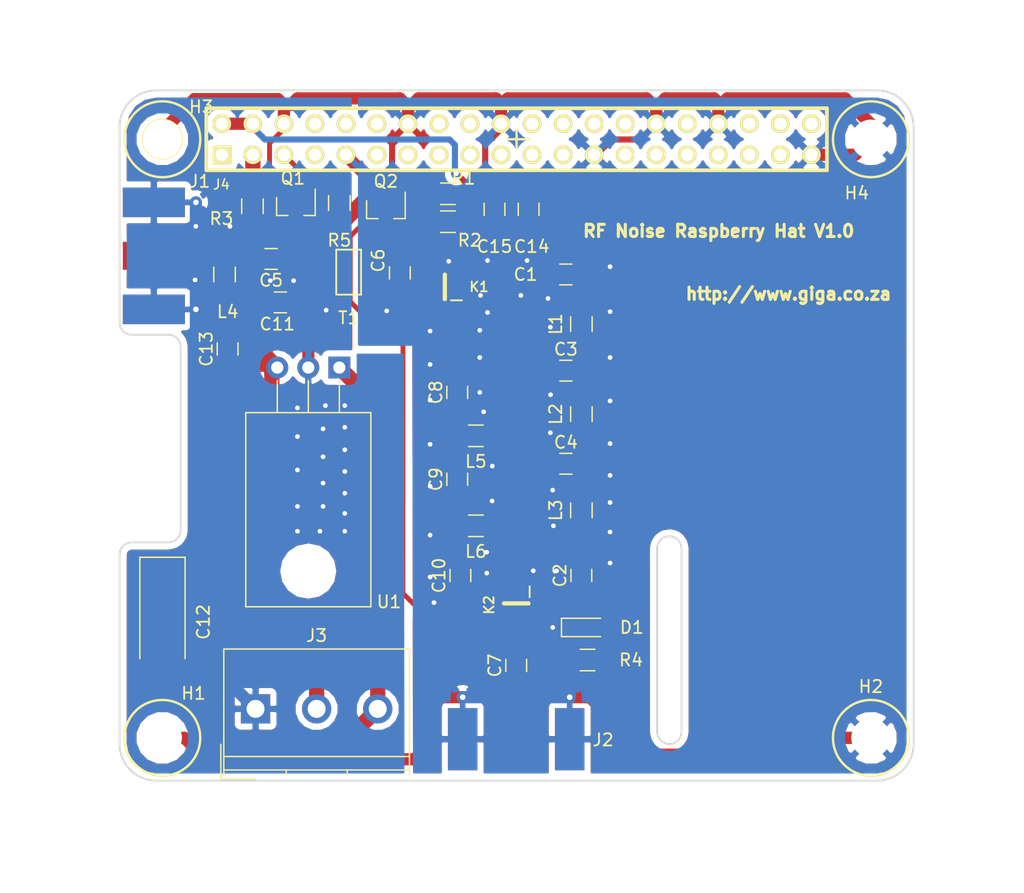
<source format=kicad_pcb>
(kicad_pcb (version 4) (host pcbnew 4.0.7-e2-6376~61~ubuntu18.04.1)
  (title_block (title "RaspberryPi Hat Board") (date 2018-08-26) (rev 1) (company "Giga Technology") (comment 1 "RF Noise Pi Hat") (comment 2 "Author: Anton Janovsky"))
  (layers (0 F.Cu signal) (31 B.Cu signal) (34 B.Paste user) (35 F.Paste user) (36 B.SilkS user) (37 F.SilkS user) (38 B.Mask user) (39 F.Mask user) (44 Edge.Cuts user))
  (net 0 "")
  (net 1 GND)
  (net 2 "Net-(C1-Pad1)")
  (net 3 "Net-(C1-Pad2)")
  (net 4 "Net-(C2-Pad1)")
  (net 5 "Net-(C2-Pad2)")
  (net 6 "Net-(C3-Pad2)")
  (net 7 "Net-(C4-Pad2)")
  (net 8 "Net-(C5-Pad1)")
  (net 9 "Net-(C5-Pad2)")
  (net 10 "Net-(C6-Pad1)")
  (net 11 "Net-(C6-Pad2)")
  (net 12 "Net-(C7-Pad1)")
  (net 13 "Net-(C7-Pad2)")
  (net 14 "Net-(C8-Pad1)")
  (net 15 "Net-(C8-Pad2)")
  (net 16 "Net-(C10-Pad2)")
  (net 17 "Net-(C10-Pad1)")
  (net 18 "Net-(C11-Pad1)")
  (net 19 GNDA)
  (net 20 "Net-(C12-Pad1)")
  (net 21 +5V)
  (net 22 "Net-(D1-Pad2)")
  (net 23 "Net-(K1-Pad4)")
  (net 24 "Net-(K1-Pad6)")
  (net 25 "Net-(Q1-Pad2)")
  (net 26 "Net-(Q2-Pad2)")
  (net 27 "Net-(J4-Pad3)")
  (net 28 "Net-(J4-Pad5)")
  (module Connectors_Molex:Molex_SMA_Jack_Edge_Mount (layer F.Cu) (at 63.754 53.721)
    (fp_text reference J1 (at 2.032 -6.096) (layer F.SilkS))
    (fp_text value Conn_Coaxial)
    (pad 1 smd rect (at -1.72 0) (size 5.08 2.29) (layers F.Cu F.Paste F.Mask) (net 9 "Net-(C5-Pad2)"))
    (pad 2 smd rect (at -1.72 -4.38) (size 5.08 2.42) (layers F.Cu F.Paste F.Mask) (net 19 GNDA))
    (pad 2 smd rect (at -1.72 4.38) (size 5.08 2.42) (layers F.Cu F.Paste F.Mask) (net 19 GNDA))
    (pad 2 smd rect (at -1.72 -4.38) (size 5.08 2.42) (layers B.Cu B.Paste B.Mask) (net 19 GNDA))
    (pad 2 smd rect (at -1.72 4.38) (size 5.08 2.42) (layers B.Cu B.Paste B.Mask) (net 19 GNDA))
    (pad 2 thru_hole circle (at 1.72 -4.38) (size 0.97 0.97) (drill 0.46) (layers *.Cu) (net 19 GNDA))
    (pad 2 thru_hole circle (at 1.72 4.38) (size 0.97 0.97) (drill 0.46) (layers *.Cu) (net 19 GNDA))
    (pad 2 smd rect (at 1.27 -4.38) (size 0.89 0.46) (layers F.Cu) (net 19 GNDA))
    (pad 2 smd rect (at 1.27 4.38) (size 0.89 0.46) (layers F.Cu) (net 19 GNDA))
    (pad 2 smd rect (at 1.27 -4.38) (size 0.89 0.46) (layers B.Cu) (net 19 GNDA))
    (pad 2 smd rect (at 1.27 4.38) (size 0.89 0.46) (layers B.Cu) (net 19 GNDA))
  )
  (module PIN_ARRAY_20X2 (layer F.Cu) (at 91.726 44.177)
    (fp_text reference J4 (at -24.162 3.702) (layer F.SilkS) (effects (font (size 0.8 0.8) (thickness 0.127))))
    (fp_text value Raspberry_Pi_2_3 hide)
    (pad 1 thru_hole rect (at -24.13 1.27) (size 1.524 1.524) (drill 1.016) (layers *.Cu *.Mask F.SilkS))
    (pad 2 thru_hole circle (at -24.13 -1.27) (size 1.524 1.524) (drill 1.016) (layers *.Cu *.Mask F.SilkS) (net 21 +5V))
    (pad 11 thru_hole circle (at -11.43 1.27) (size 1.524 1.524) (drill 1.016) (layers *.Cu *.Mask F.SilkS))
    (pad 4 thru_hole circle (at -21.59 -1.27) (size 1.524 1.524) (drill 1.016) (layers *.Cu *.Mask F.SilkS) (net 21 +5V))
    (pad 13 thru_hole circle (at -8.89 1.27) (size 1.524 1.524) (drill 1.016) (layers *.Cu *.Mask F.SilkS))
    (pad 6 thru_hole circle (at -19.05 -1.27) (size 1.524 1.524) (drill 1.016) (layers *.Cu *.Mask F.SilkS) (net 1 GND))
    (pad 15 thru_hole circle (at -6.35 1.27) (size 1.524 1.524) (drill 1.016) (layers *.Cu *.Mask F.SilkS))
    (pad 8 thru_hole circle (at -16.51 -1.27) (size 1.524 1.524) (drill 1.016) (layers *.Cu *.Mask F.SilkS))
    (pad 17 thru_hole circle (at -3.81 1.27) (size 1.524 1.524) (drill 1.016) (layers *.Cu *.Mask F.SilkS))
    (pad 10 thru_hole circle (at -13.97 -1.27) (size 1.524 1.524) (drill 1.016) (layers *.Cu *.Mask F.SilkS))
    (pad 19 thru_hole circle (at -1.27 1.27) (size 1.524 1.524) (drill 1.016) (layers *.Cu *.Mask F.SilkS))
    (pad 12 thru_hole circle (at -11.43 -1.27) (size 1.524 1.524) (drill 1.016) (layers *.Cu *.Mask F.SilkS))
    (pad 21 thru_hole circle (at 1.27 1.27) (size 1.524 1.524) (drill 1.016) (layers *.Cu *.Mask F.SilkS))
    (pad 14 thru_hole circle (at -8.89 -1.27) (size 1.524 1.524) (drill 1.016) (layers *.Cu *.Mask F.SilkS) (net 1 GND))
    (pad 23 thru_hole circle (at 3.81 1.27) (size 1.524 1.524) (drill 1.016) (layers *.Cu *.Mask F.SilkS))
    (pad 16 thru_hole circle (at -6.35 -1.27) (size 1.524 1.524) (drill 1.016) (layers *.Cu *.Mask F.SilkS))
    (pad 25 thru_hole circle (at 6.35 1.27) (size 1.524 1.524) (drill 1.016) (layers *.Cu *.Mask F.SilkS) (net 1 GND))
    (pad 18 thru_hole circle (at -3.81 -1.27) (size 1.524 1.524) (drill 1.016) (layers *.Cu *.Mask F.SilkS))
    (pad 27 thru_hole circle (at 8.89 1.27) (size 1.524 1.524) (drill 1.016) (layers *.Cu *.Mask F.SilkS))
    (pad 20 thru_hole circle (at -1.27 -1.27) (size 1.524 1.524) (drill 1.016) (layers *.Cu *.Mask F.SilkS) (net 1 GND))
    (pad 29 thru_hole circle (at 11.43 1.27) (size 1.524 1.524) (drill 1.016) (layers *.Cu *.Mask F.SilkS))
    (pad 22 thru_hole circle (at 1.27 -1.27) (size 1.524 1.524) (drill 1.016) (layers *.Cu *.Mask F.SilkS))
    (pad 31 thru_hole circle (at 13.97 1.27) (size 1.524 1.524) (drill 1.016) (layers *.Cu *.Mask F.SilkS))
    (pad 24 thru_hole circle (at 3.81 -1.27) (size 1.524 1.524) (drill 1.016) (layers *.Cu *.Mask F.SilkS))
    (pad 26 thru_hole circle (at 6.35 -1.27) (size 1.524 1.524) (drill 1.016) (layers *.Cu *.Mask F.SilkS))
    (pad 33 thru_hole circle (at 16.51 1.27) (size 1.524 1.524) (drill 1.016) (layers *.Cu *.Mask F.SilkS))
    (pad 28 thru_hole circle (at 8.89 -1.27) (size 1.524 1.524) (drill 1.016) (layers *.Cu *.Mask F.SilkS))
    (pad 32 thru_hole circle (at 13.97 -1.27) (size 1.524 1.524) (drill 1.016) (layers *.Cu *.Mask F.SilkS))
    (pad 34 thru_hole circle (at 16.51 -1.27) (size 1.524 1.524) (drill 1.016) (layers *.Cu *.Mask F.SilkS) (net 1 GND))
    (pad 36 thru_hole circle (at 19.05 -1.27) (size 1.524 1.524) (drill 1.016) (layers *.Cu *.Mask F.SilkS))
    (pad 38 thru_hole circle (at 21.59 -1.27) (size 1.524 1.524) (drill 1.016) (layers *.Cu *.Mask F.SilkS))
    (pad 35 thru_hole circle (at 19.05 1.27) (size 1.524 1.524) (drill 1.016) (layers *.Cu *.Mask F.SilkS))
    (pad 37 thru_hole circle (at 21.59 1.27) (size 1.524 1.524) (drill 1.016) (layers *.Cu *.Mask F.SilkS))
    (pad 3 thru_hole circle (at -21.59 1.27) (size 1.524 1.524) (drill 1.016) (layers *.Cu *.Mask F.SilkS) (net 27 "Net-(J4-Pad3)"))
    (pad 5 thru_hole circle (at -19.05 1.27) (size 1.524 1.524) (drill 1.016) (layers *.Cu *.Mask F.SilkS) (net 28 "Net-(J4-Pad5)"))
    (pad 7 thru_hole circle (at -16.51 1.27) (size 1.524 1.524) (drill 1.016) (layers *.Cu *.Mask F.SilkS))
    (pad 9 thru_hole circle (at -13.97 1.27) (size 1.524 1.524) (drill 1.016) (layers *.Cu *.Mask F.SilkS) (net 1 GND))
    (pad 39 thru_hole circle (at 24.13 1.27) (size 1.524 1.524) (drill 1.016) (layers *.Cu *.Mask F.SilkS) (net 1 GND))
    (pad 40 thru_hole circle (at 24.13 -1.27) (size 1.524 1.524) (drill 1.016) (layers *.Cu *.Mask F.SilkS))
    (pad 30 thru_hole circle (at 11.43 -1.27) (size 1.524 1.524) (drill 1.016) (layers *.Cu *.Mask F.SilkS) (net 1 GND))
  )
  (module Capacitors_SMD:C_0805_HandSoldering (layer F.Cu) (at 95.758 55.245 180)
    (fp_text reference C1 (at 3.302 0 180) (layer F.SilkS))
    (fp_text value 100nF)
    (pad 1 smd rect (at -1.25 0 180) (size 1.5 1.25) (layers F.Cu F.Paste F.Mask) (net 2 "Net-(C1-Pad1)"))
    (pad 2 smd rect (at 1.25 0 180) (size 1.5 1.25) (layers F.Cu F.Paste F.Mask) (net 3 "Net-(C1-Pad2)"))
  )
  (module Capacitors_SMD:C_0805_HandSoldering (layer F.Cu) (at 97.028 79.883 90)
    (fp_text reference C2 (at 0 -1.75 90) (layer F.SilkS))
    (fp_text value 100nF)
    (pad 1 smd rect (at -1.25 0 90) (size 1.5 1.25) (layers F.Cu F.Paste F.Mask) (net 4 "Net-(C2-Pad1)"))
    (pad 2 smd rect (at 1.25 0 90) (size 1.5 1.25) (layers F.Cu F.Paste F.Mask) (net 5 "Net-(C2-Pad2)"))
  )
  (module Capacitors_SMD:C_0805_HandSoldering (layer F.Cu) (at 95.758 63.119)
    (fp_text reference C3 (at 0 -1.75) (layer F.SilkS))
    (fp_text value 360pF)
    (pad 1 smd rect (at -1.25 0) (size 1.5 1.25) (layers F.Cu F.Paste F.Mask) (net 1 GND))
    (pad 2 smd rect (at 1.25 0) (size 1.5 1.25) (layers F.Cu F.Paste F.Mask) (net 6 "Net-(C3-Pad2)"))
  )
  (module Capacitors_SMD:C_0805_HandSoldering (layer F.Cu) (at 95.758 70.739)
    (fp_text reference C4 (at 0 -1.75) (layer F.SilkS))
    (fp_text value 360pF)
    (pad 1 smd rect (at -1.25 0) (size 1.5 1.25) (layers F.Cu F.Paste F.Mask) (net 1 GND))
    (pad 2 smd rect (at 1.25 0) (size 1.5 1.25) (layers F.Cu F.Paste F.Mask) (net 7 "Net-(C4-Pad2)"))
  )
  (module Capacitors_SMD:C_0805_HandSoldering (layer F.Cu) (at 71.628 53.975 180)
    (fp_text reference C5 (at 0 -1.75 180) (layer F.SilkS))
    (fp_text value 100nF)
    (pad 1 smd rect (at -1.25 0 180) (size 1.5 1.25) (layers F.Cu F.Paste F.Mask) (net 8 "Net-(C5-Pad1)"))
    (pad 2 smd rect (at 1.25 0 180) (size 1.5 1.25) (layers F.Cu F.Paste F.Mask) (net 9 "Net-(C5-Pad2)"))
  )
  (module Capacitors_SMD:C_0805_HandSoldering (layer F.Cu) (at 82.169 55.118 90)
    (fp_text reference C6 (at 1.016 -1.778 90) (layer F.SilkS))
    (fp_text value 100nF)
    (pad 1 smd rect (at -1.25 0 90) (size 1.5 1.25) (layers F.Cu F.Paste F.Mask) (net 10 "Net-(C6-Pad1)"))
    (pad 2 smd rect (at 1.25 0 90) (size 1.5 1.25) (layers F.Cu F.Paste F.Mask) (net 11 "Net-(C6-Pad2)"))
  )
  (module Capacitors_SMD:C_0805_HandSoldering (layer F.Cu) (at 91.694 87.249 90)
    (fp_text reference C7 (at 0 -1.75 90) (layer F.SilkS))
    (fp_text value 100nF)
    (pad 1 smd rect (at -1.25 0 90) (size 1.5 1.25) (layers F.Cu F.Paste F.Mask) (net 12 "Net-(C7-Pad1)"))
    (pad 2 smd rect (at 1.25 0 90) (size 1.5 1.25) (layers F.Cu F.Paste F.Mask) (net 13 "Net-(C7-Pad2)"))
  )
  (module Capacitors_SMD:C_0805_HandSoldering (layer F.Cu) (at 86.868 64.897 90)
    (fp_text reference C8 (at 0 -1.75 90) (layer F.SilkS))
    (fp_text value 390pF)
    (pad 1 smd rect (at -1.25 0 90) (size 1.5 1.25) (layers F.Cu F.Paste F.Mask) (net 14 "Net-(C8-Pad1)"))
    (pad 2 smd rect (at 1.25 0 90) (size 1.5 1.25) (layers F.Cu F.Paste F.Mask) (net 15 "Net-(C8-Pad2)"))
  )
  (module Capacitors_SMD:C_0805_HandSoldering (layer F.Cu) (at 86.868 72.009 90)
    (fp_text reference C9 (at 0 -1.75 90) (layer F.SilkS))
    (fp_text value 120pF)
    (pad 1 smd rect (at -1.25 0 90) (size 1.5 1.25) (layers F.Cu F.Paste F.Mask) (net 16 "Net-(C10-Pad2)"))
    (pad 2 smd rect (at 1.25 0 90) (size 1.5 1.25) (layers F.Cu F.Paste F.Mask) (net 14 "Net-(C8-Pad1)"))
  )
  (module Capacitors_SMD:C_0805_HandSoldering (layer F.Cu) (at 87.122 79.883 90)
    (fp_text reference C10 (at 0 -1.75 90) (layer F.SilkS))
    (fp_text value 390pF)
    (pad 1 smd rect (at -1.25 0 90) (size 1.5 1.25) (layers F.Cu F.Paste F.Mask) (net 17 "Net-(C10-Pad1)"))
    (pad 2 smd rect (at 1.25 0 90) (size 1.5 1.25) (layers F.Cu F.Paste F.Mask) (net 16 "Net-(C10-Pad2)"))
  )
  (module Capacitors_SMD:C_0805_HandSoldering (layer F.Cu) (at 72.39 57.531)
    (fp_text reference C11 (at -0.254 1.778) (layer F.SilkS))
    (fp_text value 100nF)
    (pad 1 smd rect (at -1.25 0) (size 1.5 1.25) (layers F.Cu F.Paste F.Mask) (net 18 "Net-(C11-Pad1)"))
    (pad 2 smd rect (at 1.25 0) (size 1.5 1.25) (layers F.Cu F.Paste F.Mask) (net 19 GNDA))
  )
  (module Capacitors_Tantalum_SMD:CP_Tantalum_Case-C_EIA-6032-28_Hand (layer F.Cu) (at 62.738 83.693 270)
    (fp_text reference C12 (at 0 -3.35 270) (layer F.SilkS))
    (fp_text value "47uF 16V")
    (pad 1 smd rect (at -3.125 0 270) (size 3.75 2.5) (layers F.Cu F.Paste F.Mask) (net 20 "Net-(C12-Pad1)"))
    (pad 2 smd rect (at 3.125 0 270) (size 3.75 2.5) (layers F.Cu F.Paste F.Mask) (net 19 GNDA))
  )
  (module Capacitors_SMD:C_0805_HandSoldering (layer F.Cu) (at 68.072 61.341 90)
    (fp_text reference C13 (at 0 -1.75 90) (layer F.SilkS))
    (fp_text value "4.7uF 16V")
    (pad 1 smd rect (at -1.25 0 90) (size 1.5 1.25) (layers F.Cu F.Paste F.Mask) (net 18 "Net-(C11-Pad1)"))
    (pad 2 smd rect (at 1.25 0 90) (size 1.5 1.25) (layers F.Cu F.Paste F.Mask) (net 19 GNDA))
  )
  (module Capacitors_SMD:C_0805_HandSoldering (layer F.Cu) (at 92.71 49.911 90)
    (fp_text reference C14 (at -3.048 0.254 180) (layer F.SilkS))
    (fp_text value 100nF)
    (pad 1 smd rect (at -1.25 0 90) (size 1.5 1.25) (layers F.Cu F.Paste F.Mask) (net 21 +5V))
    (pad 2 smd rect (at 1.25 0 90) (size 1.5 1.25) (layers F.Cu F.Paste F.Mask) (net 1 GND))
  )
  (module Capacitors_SMD:C_0805_HandSoldering (layer F.Cu) (at 89.916 49.911 90)
    (fp_text reference C15 (at -3.048 0 180) (layer F.SilkS))
    (fp_text value "4.7uF 16V")
    (pad 1 smd rect (at -1.25 0 90) (size 1.5 1.25) (layers F.Cu F.Paste F.Mask) (net 21 +5V))
    (pad 2 smd rect (at 1.25 0 90) (size 1.5 1.25) (layers F.Cu F.Paste F.Mask) (net 1 GND))
  )
  (module LEDs:LED_0805_HandSoldering (layer F.Cu) (at 97.5995 84.1375)
    (fp_text reference D1 (at 3.556 0) (layer F.SilkS))
    (fp_text value LED)
    (pad 1 smd rect (at -1.35 0) (size 1.5 1.3) (layers F.Cu F.Paste F.Mask) (net 1 GND))
    (pad 2 smd rect (at 1.35 0) (size 1.5 1.3) (layers F.Cu F.Paste F.Mask) (net 22 "Net-(D1-Pad2)"))
  )
  (module Connectors_Molex:Molex_SMA_Jack_Edge_Mount (layer F.Cu) (at 91.694 91.567 90)
    (fp_text reference J2 (at -1.778 7.112 180) (layer F.SilkS))
    (fp_text value Conn_Coaxial)
    (pad 1 smd rect (at -1.72 0 90) (size 5.08 2.29) (layers F.Cu F.Paste F.Mask) (net 12 "Net-(C7-Pad1)"))
    (pad 2 smd rect (at -1.72 -4.38 90) (size 5.08 2.42) (layers F.Cu F.Paste F.Mask) (net 1 GND))
    (pad 2 smd rect (at -1.72 4.38 90) (size 5.08 2.42) (layers F.Cu F.Paste F.Mask) (net 1 GND))
    (pad 2 smd rect (at -1.72 -4.38 90) (size 5.08 2.42) (layers B.Cu B.Paste B.Mask) (net 1 GND))
    (pad 2 smd rect (at -1.72 4.38 90) (size 5.08 2.42) (layers B.Cu B.Paste B.Mask) (net 1 GND))
    (pad 2 thru_hole circle (at 1.72 -4.38 90) (size 0.97 0.97) (drill 0.46) (layers *.Cu) (net 1 GND))
    (pad 2 thru_hole circle (at 1.72 4.38 90) (size 0.97 0.97) (drill 0.46) (layers *.Cu) (net 1 GND))
    (pad 2 smd rect (at 1.27 -4.38 90) (size 0.89 0.46) (layers F.Cu) (net 1 GND))
    (pad 2 smd rect (at 1.27 4.38 90) (size 0.89 0.46) (layers F.Cu) (net 1 GND))
    (pad 2 smd rect (at 1.27 -4.38 90) (size 0.89 0.46) (layers B.Cu) (net 1 GND))
    (pad 2 smd rect (at 1.27 4.38 90) (size 0.89 0.46) (layers B.Cu) (net 1 GND))
  )
  (module Connectors_Terminal_Blocks:TerminalBlock_Philmore_TB133_03x5mm_Straight (layer F.Cu) (at 70.358 90.805)
    (fp_text reference J3 (at 5 -6) (layer F.SilkS))
    (fp_text value Conn_01x03)
    (pad 1 thru_hole rect (at 0 0) (size 2.4 2.4) (drill 1.47) (layers *.Cu *.Mask) (net 19 GNDA))
    (pad 2 thru_hole circle (at 5 0) (size 2.4 2.4) (drill 1.47) (layers *.Cu *.Mask) (net 18 "Net-(C11-Pad1)"))
    (pad 3 thru_hole circle (at 10 0) (size 2.4 2.4) (drill 1.47) (layers *.Cu *.Mask) (net 20 "Net-(C12-Pad1)"))
  )
  (module rf_noise_antenna:SC-70-6 (layer F.Cu) (at 85.852 56.261 180)
    (fp_text reference K1 (at -2.794 0 180) (layer F.SilkS) (effects (font (size 0.8 0.8))))
    (fp_text value MASWSS0115)
    (pad 5 smd rect (at 0.95 0) (size 0.75 0.4) (layers F.Cu F.Paste F.Mask) (net 10 "Net-(C6-Pad1)"))
    (pad 1 smd rect (at -0.95 -0.65) (size 0.75 0.4) (layers F.Cu F.Paste F.Mask) (net 15 "Net-(C8-Pad2)"))
    (pad 3 smd rect (at -0.95 0.65) (size 0.75 0.4) (layers F.Cu F.Paste F.Mask) (net 3 "Net-(C1-Pad2)"))
    (pad 2 smd rect (at -0.95 0) (size 0.75 0.4) (layers F.Cu F.Paste F.Mask) (net 1 GND))
    (pad 4 smd rect (at 0.95 0.65) (size 0.75 0.4) (layers F.Cu F.Paste F.Mask) (net 23 "Net-(K1-Pad4)"))
    (pad 6 smd rect (at 0.95 -0.65) (size 0.75 0.4) (layers F.Cu F.Paste F.Mask) (net 24 "Net-(K1-Pad6)"))
  )
  (module rf_noise_antenna:SC-70-6 (layer F.Cu) (at 91.694 82.169 270)
    (fp_text reference K2 (at 0.127 2.2225 270) (layer F.SilkS) (effects (font (size 0.8 0.8))))
    (fp_text value MASWSS0115)
    (pad 5 smd rect (at 0.95 0 90) (size 0.75 0.4) (layers F.Cu F.Paste F.Mask) (net 13 "Net-(C7-Pad2)"))
    (pad 1 smd rect (at -0.95 -0.65 90) (size 0.75 0.4) (layers F.Cu F.Paste F.Mask) (net 4 "Net-(C2-Pad1)"))
    (pad 3 smd rect (at -0.95 0.65 90) (size 0.75 0.4) (layers F.Cu F.Paste F.Mask) (net 17 "Net-(C10-Pad1)"))
    (pad 2 smd rect (at -0.95 0 90) (size 0.75 0.4) (layers F.Cu F.Paste F.Mask) (net 1 GND))
    (pad 4 smd rect (at 0.95 0.65 90) (size 0.75 0.4) (layers F.Cu F.Paste F.Mask) (net 24 "Net-(K1-Pad6)"))
    (pad 6 smd rect (at 0.95 -0.65 90) (size 0.75 0.4) (layers F.Cu F.Paste F.Mask) (net 23 "Net-(K1-Pad4)"))
  )
  (module Inductors_SMD:L_0805_HandSoldering (layer F.Cu) (at 97.028 59.309 90)
    (fp_text reference L1 (at 0 -2.1 90) (layer F.SilkS))
    (fp_text value 330nH)
    (pad 1 smd rect (at -1.35 0 90) (size 1.5 1.3) (layers F.Cu F.Paste F.Mask) (net 6 "Net-(C3-Pad2)"))
    (pad 2 smd rect (at 1.35 0 90) (size 1.5 1.3) (layers F.Cu F.Paste F.Mask) (net 2 "Net-(C1-Pad1)"))
  )
  (module Inductors_SMD:L_0805_HandSoldering (layer F.Cu) (at 97.028 66.675 90)
    (fp_text reference L2 (at 0 -2.1 90) (layer F.SilkS))
    (fp_text value 1.1uH)
    (pad 1 smd rect (at -1.35 0 90) (size 1.5 1.3) (layers F.Cu F.Paste F.Mask) (net 7 "Net-(C4-Pad2)"))
    (pad 2 smd rect (at 1.35 0 90) (size 1.5 1.3) (layers F.Cu F.Paste F.Mask) (net 6 "Net-(C3-Pad2)"))
  )
  (module Inductors_SMD:L_0805_HandSoldering (layer F.Cu) (at 97.028 74.549 90)
    (fp_text reference L3 (at 0 -2.1 90) (layer F.SilkS))
    (fp_text value 330nH)
    (pad 1 smd rect (at -1.35 0 90) (size 1.5 1.3) (layers F.Cu F.Paste F.Mask) (net 5 "Net-(C2-Pad2)"))
    (pad 2 smd rect (at 1.35 0 90) (size 1.5 1.3) (layers F.Cu F.Paste F.Mask) (net 7 "Net-(C4-Pad2)"))
  )
  (module Inductors_SMD:L_0805_HandSoldering (layer F.Cu) (at 67.818 55.245 270)
    (fp_text reference L4 (at 3.048 -0.254 360) (layer F.SilkS))
    (fp_text value 1mH)
    (pad 1 smd rect (at -1.35 0 270) (size 1.5 1.3) (layers F.Cu F.Paste F.Mask) (net 9 "Net-(C5-Pad2)"))
    (pad 2 smd rect (at 1.35 0 270) (size 1.5 1.3) (layers F.Cu F.Paste F.Mask) (net 18 "Net-(C11-Pad1)"))
  )
  (module Inductors_SMD:L_0805_HandSoldering (layer F.Cu) (at 88.392 68.453 180)
    (fp_text reference L5 (at 0 -2.1 180) (layer F.SilkS))
    (fp_text value 360nH)
    (pad 1 smd rect (at -1.35 0 180) (size 1.5 1.3) (layers F.Cu F.Paste F.Mask) (net 1 GND))
    (pad 2 smd rect (at 1.35 0 180) (size 1.5 1.3) (layers F.Cu F.Paste F.Mask) (net 14 "Net-(C8-Pad1)"))
  )
  (module Inductors_SMD:L_0805_HandSoldering (layer F.Cu) (at 88.392 75.819 180)
    (fp_text reference L6 (at 0 -2.1 180) (layer F.SilkS))
    (fp_text value 360nH)
    (pad 1 smd rect (at -1.35 0 180) (size 1.5 1.3) (layers F.Cu F.Paste F.Mask) (net 1 GND))
    (pad 2 smd rect (at 1.35 0 180) (size 1.5 1.3) (layers F.Cu F.Paste F.Mask) (net 16 "Net-(C10-Pad2)"))
  )
  (module Resistors_SMD:R_0805_HandSoldering (layer F.Cu) (at 86.106 48.641)
    (fp_text reference R1 (at 1.27 -1.27) (layer F.SilkS))
    (fp_text value 250)
    (pad 1 smd rect (at -1.35 0) (size 1.5 1.3) (layers F.Cu F.Paste F.Mask) (net 24 "Net-(K1-Pad6)"))
    (pad 2 smd rect (at 1.35 0) (size 1.5 1.3) (layers F.Cu F.Paste F.Mask) (net 21 +5V))
  )
  (module Resistors_SMD:R_0805_HandSoldering (layer F.Cu) (at 86.106 50.927)
    (fp_text reference R2 (at 1.778 1.524) (layer F.SilkS))
    (fp_text value 250)
    (pad 1 smd rect (at -1.35 0) (size 1.5 1.3) (layers F.Cu F.Paste F.Mask) (net 23 "Net-(K1-Pad4)"))
    (pad 2 smd rect (at 1.35 0) (size 1.5 1.3) (layers F.Cu F.Paste F.Mask) (net 21 +5V))
  )
  (module Resistors_SMD:R_0805_HandSoldering (layer F.Cu) (at 70.104 49.657 270)
    (fp_text reference R3 (at 1.016 2.54 360) (layer F.SilkS))
    (fp_text value 1k2)
    (pad 1 smd rect (at -1.35 0 270) (size 1.5 1.3) (layers F.Cu F.Paste F.Mask) (net 27 "Net-(J4-Pad3)"))
    (pad 2 smd rect (at 1.35 0 270) (size 1.5 1.3) (layers F.Cu F.Paste F.Mask) (net 25 "Net-(Q1-Pad2)"))
  )
  (module Resistors_SMD:R_0805_HandSoldering (layer F.Cu) (at 97.536 86.8045 180)
    (fp_text reference R4 (at -3.556 0 180) (layer F.SilkS))
    (fp_text value 250)
    (pad 1 smd rect (at -1.35 0 180) (size 1.5 1.3) (layers F.Cu F.Paste F.Mask) (net 22 "Net-(D1-Pad2)"))
    (pad 2 smd rect (at 1.35 0 180) (size 1.5 1.3) (layers F.Cu F.Paste F.Mask) (net 23 "Net-(K1-Pad4)"))
  )
  (module Resistors_SMD:R_0805_HandSoldering (layer F.Cu) (at 77.216 49.403 90)
    (fp_text reference R5 (at -3.048 0 180) (layer F.SilkS))
    (fp_text value 1k2)
    (pad 1 smd rect (at -1.35 0 90) (size 1.5 1.3) (layers F.Cu F.Paste F.Mask) (net 26 "Net-(Q2-Pad2)"))
    (pad 2 smd rect (at 1.35 0 90) (size 1.5 1.3) (layers F.Cu F.Paste F.Mask) (net 28 "Net-(J4-Pad5)"))
  )
  (module rf_noise_antenna:SM22 (layer F.Cu) (at 77.978 54.991)
    (fp_text reference T1 (at 0 3.81) (layer F.SilkS))
    (fp_text value MABA-009180-500MHz_1P_1S)
    (pad 1 smd rect (at -1.778 -1.27) (size 1.4 0.76) (layers F.Cu F.Paste F.Mask) (net 8 "Net-(C5-Pad1)"))
    (pad 2 smd rect (at -1.778 0) (size 1.4 0.76) (layers F.Cu F.Paste F.Mask))
    (pad 3 smd rect (at -1.778 1.27) (size 1.4 0.76) (layers F.Cu F.Paste F.Mask) (net 19 GNDA))
    (pad 4 smd rect (at 1.778 1.27) (size 1.4 0.76) (layers F.Cu F.Paste F.Mask) (net 1 GND))
    (pad 5 smd rect (at 1.778 -1.27) (size 1.4 0.76) (layers F.Cu F.Paste F.Mask) (net 11 "Net-(C6-Pad2)"))
  )
  (module Mounting_Holes:MountingHole_3.2mm_M3 (layer F.Cu) (at 62.726 93.177)
    (fp_text reference H1 (at 2.552 -3.642) (layer F.SilkS))
    (fp_text value Conn_01x01)
    (pad 1 np_thru_hole circle (at 0 0) (size 3.2 3.2) (drill 3.2) (layers *.Cu *.Mask) (net 1 GND))
  )
  (module Mounting_Holes:MountingHole_3.2mm_M3 (layer F.Cu) (at 120.726 93.177)
    (fp_text reference H2 (at 0 -4.2) (layer F.SilkS))
    (fp_text value Conn_01x01)
    (pad 1 np_thru_hole circle (at 0 0) (size 3.2 3.2) (drill 3.2) (layers *.Cu *.Mask) (net 1 GND))
  )
  (module Mounting_Holes:MountingHole_3.2mm_M3 (layer F.Cu) (at 62.726 44.177)
    (fp_text reference H3 (at 3.187 -2.648) (layer F.SilkS))
    (fp_text value Conn_01x01)
    (pad 1 np_thru_hole circle (at 0 0) (size 3.2 3.2) (drill 3.2) (layers *.Cu *.Mask) (net 1 GND))
  )
  (module Mounting_Holes:MountingHole_3.2mm_M3 (layer F.Cu) (at 120.726 44.177)
    (fp_text reference H4 (at -1.1555 4.4005) (layer F.SilkS))
    (fp_text value Conn_01x01)
    (pad 1 np_thru_hole circle (at 0 0) (size 3.2 3.2) (drill 3.2) (layers *.Cu *.Mask) (net 1 GND))
  )
  (module TO_SOT_Packages_SMD:SOT-23 (layer F.Cu) (at 73.66 49.657 270)
    (fp_text reference Q1 (at -2.286 0.254 360) (layer F.SilkS))
    (fp_text value BC817)
    (pad 1 smd rect (at -1 -0.95 270) (size 0.9 0.8) (layers F.Cu F.Paste F.Mask) (net 1 GND))
    (pad 2 smd rect (at -1 0.95 270) (size 0.9 0.8) (layers F.Cu F.Paste F.Mask) (net 25 "Net-(Q1-Pad2)"))
    (pad 3 smd rect (at 1 0 270) (size 0.9 0.8) (layers F.Cu F.Paste F.Mask) (net 24 "Net-(K1-Pad6)"))
  )
  (module TO_SOT_Packages_SMD:SOT-23 (layer F.Cu) (at 81.026 49.911 270)
    (fp_text reference Q2 (at -2.286 0 360) (layer F.SilkS))
    (fp_text value BC817)
    (pad 1 smd rect (at -1 -0.95 270) (size 0.9 0.8) (layers F.Cu F.Paste F.Mask) (net 1 GND))
    (pad 2 smd rect (at -1 0.95 270) (size 0.9 0.8) (layers F.Cu F.Paste F.Mask) (net 26 "Net-(Q2-Pad2)"))
    (pad 3 smd rect (at 1 0 270) (size 0.9 0.8) (layers F.Cu F.Paste F.Mask) (net 23 "Net-(K1-Pad4)"))
  )
  (module TO_SOT_Packages_THT:TO-220_Horizontal (layer F.Cu) (at 77.216 62.865 180)
    (fp_text reference U1 (at -4.064 -19.177 180) (layer F.SilkS))
    (fp_text value L7809)
    (pad 0 np_thru_hole oval (at 2.54 -16.66 180) (size 3.5 3.5) (drill 3.5) (layers *.Cu *.Mask))
    (pad 1 thru_hole rect (at 0 0 180) (size 1.8 1.8) (drill 1) (layers *.Cu *.Mask) (net 20 "Net-(C12-Pad1)"))
    (pad 2 thru_hole oval (at 2.54 0 180) (size 1.8 1.8) (drill 1) (layers *.Cu *.Mask) (net 19 GNDA))
    (pad 3 thru_hole oval (at 5.08 0 180) (size 1.8 1.8) (drill 1) (layers *.Cu *.Mask) (net 18 "Net-(C11-Pad1)"))
  )
  (gr_text http://www.giga.co.za (at 113.9825 56.8325) (layer F.SilkS) (effects (font (size 1 1) (thickness 0.25))))
  (gr_text "RF Noise Raspberry Hat V1.0" (at 108.2675 51.689) (layer F.SilkS) (effects (font (size 1 1) (thickness 0.25))))
  (gr_text "Giga Technology" (at 104.013 49.276) (layer F.Cu) (effects (font (size 1 1) (thickness 0.25))))
  (gr_line (start 64.726 96.677) (end 77.126 96.677) (angle 90) (layer Edge.Cuts) (width 0.15))
  (gr_line (start 64.226 96.677) (end 64.726 96.677) (angle 90) (layer Edge.Cuts) (width 0.15))
  (gr_line (start 77.234 96.677) (end 121.734 96.677) (angle 90) (layer Edge.Cuts) (width 0.15))
  (gr_line (start 62.226 96.677) (end 64.226 96.677) (angle 90) (layer Edge.Cuts) (width 0.15))
  (gr_circle (center 62.726 93.177) (end 65.826 93.077) (layer F.SilkS) (width 0.2))
  (gr_circle (center 62.726 93.177) (end 64.226 93.177) (layer F.SilkS) (width 0.2))
  (gr_circle (center 120.726 93.177) (end 123.826 93.277) (layer F.SilkS) (width 0.2))
  (gr_circle (center 120.726 93.177) (end 122.226 93.177) (layer F.SilkS) (width 0.2))
  (gr_circle (center 62.726 44.177) (end 65.826 43.977) (layer F.SilkS) (width 0.2))
  (gr_circle (center 120.726 44.177) (end 123.826 44.277) (layer F.SilkS) (width 0.2))
  (gr_circle (center 120.726 44.177) (end 122.226 44.177) (layer F.SilkS) (width 0.2))
  (gr_circle (center 62.726 44.177) (end 64.226 44.677) (layer F.SilkS) (width 0.2))
  (gr_line (start 91.726 44.177) (end 91.726 43.427) (angle 90) (layer F.SilkS) (width 0.2))
  (gr_line (start 91.726 44.177) (end 92.726 44.177) (angle 90) (layer F.SilkS) (width 0.2))
  (gr_line (start 91.726 44.177) (end 90.976 44.177) (angle 90) (layer F.SilkS) (width 0.2))
  (gr_line (start 91.726 43.927) (end 91.726 44.927) (angle 90) (layer F.SilkS) (width 0.2))
  (gr_arc (start 104.226 77.677) (end 104.226 76.677) (angle 90) (layer Edge.Cuts) (width 0.15))
  (gr_arc (start 104.226 77.677) (end 103.226 77.677) (angle 90) (layer Edge.Cuts) (width 0.15))
  (gr_line (start 105.226 92.677) (end 105.226 77.677) (angle 90) (layer Edge.Cuts) (width 0.15))
  (gr_arc (start 104.226 92.677) (end 105.226 92.677) (angle 90) (layer Edge.Cuts) (width 0.15))
  (gr_arc (start 104.226 92.677) (end 104.226 93.677) (angle 90) (layer Edge.Cuts) (width 0.15))
  (gr_line (start 103.226 92.677) (end 103.226 77.677) (angle 90) (layer Edge.Cuts) (width 0.15))
  (gr_line (start 59.226 59.177) (end 59.226 43.177) (angle 90) (layer Edge.Cuts) (width 0.15))
  (gr_arc (start 60.226 59.177) (end 60.226 60.177) (angle 90) (layer Edge.Cuts) (width 0.15))
  (gr_line (start 63.226 60.177) (end 60.226 60.177) (angle 90) (layer Edge.Cuts) (width 0.15))
  (gr_arc (start 63.226 61.177) (end 63.226 60.177) (angle 90) (layer Edge.Cuts) (width 0.15))
  (gr_line (start 64.226 76.177) (end 64.226 61.177) (angle 90) (layer Edge.Cuts) (width 0.15))
  (gr_arc (start 63.226 76.177) (end 64.226 76.177) (angle 90) (layer Edge.Cuts) (width 0.15))
  (gr_line (start 60.226 77.177) (end 63.226 77.177) (angle 90) (layer Edge.Cuts) (width 0.15))
  (gr_arc (start 60.226 78.177) (end 59.226 78.177) (angle 90) (layer Edge.Cuts) (width 0.15))
  (gr_line (start 59.226 93.677) (end 59.226 78.177) (angle 90) (layer Edge.Cuts) (width 0.15))
  (gr_arc (start 62.226 93.677) (end 62.226 96.677) (angle 90) (layer Edge.Cuts) (width 0.15))
  (gr_arc (start 121.226 93.677) (end 124.226 93.677) (angle 90) (layer Edge.Cuts) (width 0.15))
  (gr_line (start 124.226 43.177) (end 124.226 93.677) (angle 90) (layer Edge.Cuts) (width 0.15))
  (gr_arc (start 121.226 43.177) (end 121.226 40.177) (angle 90) (layer Edge.Cuts) (width 0.15))
  (gr_line (start 120.226 40.177) (end 121.226 40.177) (angle 90) (layer Edge.Cuts) (width 0.15))
  (gr_arc (start 62.226 43.177) (end 59.226 43.177) (angle 90) (layer Edge.Cuts) (width 0.15))
  (gr_line (start 62.226 40.177) (end 120.226 40.177) (angle 90) (layer Edge.Cuts) (width 0.15))
  (segment (start 72.676 42.907) (end 72.676 43.3385) (width 0.4) (layer F.Cu) (net 1))
  (segment (start 72.676 43.3385) (end 71.501 44.5135) (width 0.4) (layer F.Cu) (net 1))
  (segment (start 73.2605 47.3075) (end 74.61 48.657) (width 0.4) (layer F.Cu) (net 1))
  (segment (start 72.263 47.3075) (end 73.2605 47.3075) (width 0.4) (layer F.Cu) (net 1))
  (segment (start 71.501 46.5455) (end 72.263 47.3075) (width 0.4) (layer F.Cu) (net 1))
  (segment (start 71.501 44.5135) (end 71.501 46.5455) (width 0.4) (layer F.Cu) (net 1))
  (segment (start 88.392 56.261) (end 88.392 56.5785) (width 0.4) (layer F.Cu) (net 1))
  (via (at 94.488 59.563) (size 0.889) (drill 0.381) (layers F.Cu B.Cu) (net 1))
  (segment (start 94.488 57.404) (end 94.488 59.563) (width 0.4) (layer B.Cu) (net 1))
  (segment (start 94.2975 57.2135) (end 94.488 57.404) (width 0.4) (layer B.Cu) (net 1))
  (via (at 94.2975 57.2135) (size 0.889) (drill 0.381) (layers F.Cu B.Cu) (net 1))
  (segment (start 92.329 57.2135) (end 94.2975 57.2135) (width 0.4) (layer F.Cu) (net 1))
  (segment (start 92.075 56.9595) (end 92.329 57.2135) (width 0.4) (layer F.Cu) (net 1))
  (via (at 92.075 56.9595) (size 0.889) (drill 0.381) (layers F.Cu B.Cu) (net 1))
  (segment (start 88.773 56.9595) (end 92.075 56.9595) (width 0.4) (layer B.Cu) (net 1))
  (via (at 88.773 56.9595) (size 0.889) (drill 0.381) (layers F.Cu B.Cu) (net 1))
  (segment (start 88.392 56.5785) (end 88.773 56.9595) (width 0.4) (layer F.Cu) (net 1))
  (segment (start 94.488 59.563) (end 94.508 59.563) (width 0.4) (layer F.Cu) (net 1))
  (segment (start 94.508 59.563) (end 94.488 59.563) (width 0.4) (layer F.Cu) (net 1))
  (segment (start 94.488 59.563) (end 94.508 59.563) (width 0.4) (layer F.Cu) (net 1))
  (via (at 94.508 65.0875) (size 0.889) (drill 0.381) (layers F.Cu B.Cu) (net 1))
  (via (at 94.488 68.199) (size 0.889) (drill 0.381) (layers F.Cu B.Cu) (net 1))
  (segment (start 94.488 68.199) (end 94.488 65.1075) (width 0.4) (layer B.Cu) (net 1))
  (segment (start 94.488 65.1075) (end 94.508 65.0875) (width 0.4) (layer B.Cu) (net 1))
  (segment (start 94.488 68.199) (end 94.488 68.453) (width 0.4) (layer F.Cu) (net 1))
  (segment (start 94.488 68.453) (end 94.488 68.199) (width 0.4) (layer F.Cu) (net 1))
  (segment (start 94.488 68.199) (end 94.488 68.453) (width 0.4) (layer F.Cu) (net 1))
  (segment (start 94.742 75.819) (end 94.742 72.9615) (width 0.4) (layer B.Cu) (net 1))
  (via (at 94.6785 72.898) (size 0.889) (drill 0.381) (layers F.Cu B.Cu) (net 1))
  (segment (start 94.742 72.9615) (end 94.6785 72.898) (width 0.4) (layer B.Cu) (net 1))
  (segment (start 89.3445 58.3565) (end 89.3445 59.182) (width 0.4) (layer F.Cu) (net 1))
  (segment (start 94.742 79.248) (end 94.742 75.819) (width 0.4) (layer F.Cu) (net 1))
  (segment (start 94.996 79.502) (end 94.742 79.248) (width 0.4) (layer F.Cu) (net 1))
  (via (at 94.996 79.502) (size 0.889) (drill 0.381) (layers F.Cu B.Cu) (net 1))
  (segment (start 93.091 79.502) (end 94.996 79.502) (width 0.4) (layer B.Cu) (net 1))
  (via (at 93.091 79.502) (size 0.889) (drill 0.381) (layers F.Cu B.Cu) (net 1))
  (segment (start 89.4715 79.502) (end 93.091 79.502) (width 0.4) (layer F.Cu) (net 1))
  (segment (start 89.281 79.6925) (end 89.4715 79.502) (width 0.4) (layer F.Cu) (net 1))
  (via (at 89.281 79.6925) (size 0.889) (drill 0.381) (layers F.Cu B.Cu) (net 1))
  (segment (start 89.281 77.978) (end 89.281 79.6925) (width 0.4) (layer B.Cu) (net 1))
  (via (at 89.281 77.978) (size 0.889) (drill 0.381) (layers F.Cu B.Cu) (net 1))
  (segment (start 91.186 77.978) (end 89.281 77.978) (width 0.4) (layer F.Cu) (net 1))
  (segment (start 92.329 76.835) (end 91.186 77.978) (width 0.4) (layer F.Cu) (net 1))
  (segment (start 92.329 74.7395) (end 92.329 76.835) (width 0.4) (layer F.Cu) (net 1))
  (segment (start 91.5035 73.914) (end 92.329 74.7395) (width 0.4) (layer F.Cu) (net 1))
  (segment (start 89.8525 73.914) (end 91.5035 73.914) (width 0.4) (layer F.Cu) (net 1))
  (segment (start 89.7255 73.787) (end 89.8525 73.914) (width 0.4) (layer F.Cu) (net 1))
  (via (at 89.7255 73.787) (size 0.889) (drill 0.381) (layers F.Cu B.Cu) (net 1))
  (segment (start 89.7255 70.946) (end 89.7255 73.787) (width 0.4) (layer B.Cu) (net 1))
  (segment (start 89.742 70.9295) (end 89.7255 70.946) (width 0.4) (layer B.Cu) (net 1))
  (via (at 89.742 70.9295) (size 0.889) (drill 0.381) (layers F.Cu B.Cu) (net 1))
  (segment (start 91.1225 70.9295) (end 89.742 70.9295) (width 0.4) (layer F.Cu) (net 1))
  (segment (start 91.948 70.104) (end 91.1225 70.9295) (width 0.4) (layer F.Cu) (net 1))
  (segment (start 91.948 66.8655) (end 91.948 70.104) (width 0.4) (layer F.Cu) (net 1))
  (segment (start 91.567 66.4845) (end 91.948 66.8655) (width 0.4) (layer F.Cu) (net 1))
  (segment (start 89.027 66.4845) (end 91.567 66.4845) (width 0.4) (layer F.Cu) (net 1))
  (via (at 89.027 66.4845) (size 0.889) (drill 0.381) (layers F.Cu B.Cu) (net 1))
  (segment (start 89.027 65.2145) (end 89.027 66.4845) (width 0.4) (layer B.Cu) (net 1))
  (segment (start 88.7095 64.897) (end 89.027 65.2145) (width 0.4) (layer B.Cu) (net 1))
  (via (at 88.7095 64.897) (size 0.889) (drill 0.381) (layers F.Cu B.Cu) (net 1))
  (segment (start 88.7095 62.0395) (end 88.7095 64.897) (width 0.4) (layer F.Cu) (net 1))
  (via (at 88.7095 62.0395) (size 0.889) (drill 0.381) (layers F.Cu B.Cu) (net 1))
  (segment (start 88.7095 59.817) (end 88.7095 62.0395) (width 0.4) (layer B.Cu) (net 1))
  (via (at 88.7095 59.817) (size 0.889) (drill 0.381) (layers F.Cu B.Cu) (net 1))
  (segment (start 89.3445 59.182) (end 88.7095 59.817) (width 0.4) (layer F.Cu) (net 1))
  (segment (start 99.3775 58.293) (end 99.3775 62.0395) (width 0.4) (layer F.Cu) (net 1))
  (via (at 99.3775 78.867) (size 0.889) (drill 0.381) (layers F.Cu B.Cu) (net 1))
  (segment (start 99.3775 76.327) (end 99.3775 78.867) (width 0.4) (layer F.Cu) (net 1))
  (via (at 99.3775 76.327) (size 0.889) (drill 0.381) (layers F.Cu B.Cu) (net 1))
  (segment (start 99.3775 73.914) (end 99.3775 76.327) (width 0.4) (layer B.Cu) (net 1))
  (via (at 99.3775 73.914) (size 0.889) (drill 0.381) (layers F.Cu B.Cu) (net 1))
  (segment (start 99.3775 71.6915) (end 99.3775 73.914) (width 0.4) (layer F.Cu) (net 1))
  (via (at 99.3775 71.6915) (size 0.889) (drill 0.381) (layers F.Cu B.Cu) (net 1))
  (segment (start 99.3775 69.088) (end 99.3775 71.6915) (width 0.4) (layer B.Cu) (net 1))
  (via (at 99.3775 69.088) (size 0.889) (drill 0.381) (layers F.Cu B.Cu) (net 1))
  (segment (start 99.3775 65.5955) (end 99.3775 69.088) (width 0.4) (layer F.Cu) (net 1))
  (via (at 99.3775 65.5955) (size 0.889) (drill 0.381) (layers F.Cu B.Cu) (net 1))
  (segment (start 99.3775 62.0395) (end 99.3775 65.5955) (width 0.4) (layer B.Cu) (net 1))
  (via (at 99.3775 62.0395) (size 0.889) (drill 0.381) (layers F.Cu B.Cu) (net 1))
  (segment (start 89.3445 58.3565) (end 99.314 58.3565) (width 0.4) (layer B.Cu) (net 1))
  (via (at 86.1695 54.1655) (size 0.889) (drill 0.381) (layers F.Cu B.Cu) (net 1))
  (segment (start 89.281 54.1655) (end 86.1695 54.1655) (width 0.4) (layer B.Cu) (net 1))
  (segment (start 89.3445 54.102) (end 89.281 54.1655) (width 0.4) (layer B.Cu) (net 1))
  (via (at 89.3445 54.102) (size 0.889) (drill 0.381) (layers F.Cu B.Cu) (net 1))
  (segment (start 92.583 54.102) (end 89.3445 54.102) (width 0.4) (layer F.Cu) (net 1))
  (via (at 92.583 54.102) (size 0.889) (drill 0.381) (layers F.Cu B.Cu) (net 1))
  (segment (start 92.837 53.848) (end 92.583 54.102) (width 0.4) (layer B.Cu) (net 1))
  (segment (start 98.6155 53.848) (end 92.837 53.848) (width 0.4) (layer B.Cu) (net 1))
  (segment (start 99.3775 54.61) (end 98.6155 53.848) (width 0.4) (layer B.Cu) (net 1))
  (via (at 99.3775 54.61) (size 0.889) (drill 0.381) (layers F.Cu B.Cu) (net 1))
  (segment (start 99.3775 58.293) (end 99.3775 54.61) (width 0.4) (layer F.Cu) (net 1))
  (via (at 99.3775 58.293) (size 0.889) (drill 0.381) (layers F.Cu B.Cu) (net 1))
  (segment (start 99.314 58.3565) (end 99.3775 58.293) (width 0.4) (layer B.Cu) (net 1))
  (segment (start 84.963 82.1055) (end 85.0265 82.1055) (width 0.5) (layer B.Cu) (net 1))
  (via (at 84.963 82.1055) (size 0.889) (drill 0.381) (layers F.Cu B.Cu) (net 1))
  (segment (start 84.963 80.3275) (end 84.963 82.1055) (width 0.5) (layer F.Cu) (net 1))
  (segment (start 84.6455 80.01) (end 84.963 80.3275) (width 0.5) (layer F.Cu) (net 1))
  (via (at 84.6455 80.01) (size 0.889) (drill 0.381) (layers F.Cu B.Cu) (net 1))
  (segment (start 84.6455 76.581) (end 84.6455 80.01) (width 0.5) (layer B.Cu) (net 1))
  (via (at 84.6455 76.581) (size 0.889) (drill 0.381) (layers F.Cu B.Cu) (net 1))
  (segment (start 84.6455 72.5805) (end 84.6455 76.581) (width 0.5) (layer F.Cu) (net 1))
  (via (at 84.6455 72.5805) (size 0.889) (drill 0.381) (layers F.Cu B.Cu) (net 1))
  (segment (start 84.6455 69.1515) (end 84.6455 72.5805) (width 0.5) (layer B.Cu) (net 1))
  (via (at 84.6455 69.1515) (size 0.889) (drill 0.381) (layers F.Cu B.Cu) (net 1))
  (segment (start 84.6455 65.532) (end 84.6455 69.1515) (width 0.5) (layer F.Cu) (net 1))
  (via (at 84.6455 65.532) (size 0.889) (drill 0.381) (layers F.Cu B.Cu) (net 1))
  (segment (start 84.6455 62.611) (end 84.6455 65.532) (width 0.5) (layer B.Cu) (net 1))
  (via (at 84.6455 62.611) (size 0.889) (drill 0.381) (layers F.Cu B.Cu) (net 1))
  (segment (start 84.6455 59.8805) (end 84.6455 62.611) (width 0.5) (layer F.Cu) (net 1))
  (via (at 84.6455 59.8805) (size 0.889) (drill 0.381) (layers F.Cu B.Cu) (net 1))
  (segment (start 82.9945 58.2295) (end 84.6455 59.8805) (width 0.5) (layer B.Cu) (net 1))
  (segment (start 81.0895 58.2295) (end 82.9945 58.2295) (width 0.5) (layer B.Cu) (net 1))
  (segment (start 74.61 48.657) (end 74.565 48.657) (width 0.5) (layer F.Cu) (net 1))
  (segment (start 91.694 81.219) (end 91.694 77.771) (width 0.5) (layer F.Cu) (net 1))
  (segment (start 91.694 77.771) (end 89.742 75.819) (width 0.5) (layer F.Cu) (net 1))
  (segment (start 81.976 48.911) (end 81.976 46.797) (width 0.5) (layer F.Cu) (net 1))
  (segment (start 81.534 44.209) (end 82.836 42.907) (width 0.5) (layer F.Cu) (net 1))
  (segment (start 81.534 46.355) (end 81.534 44.209) (width 0.5) (layer F.Cu) (net 1))
  (segment (start 81.976 46.797) (end 81.534 46.355) (width 0.5) (layer F.Cu) (net 1))
  (segment (start 90.456 42.907) (end 90.456 43.3385) (width 0.5) (layer F.Cu) (net 1))
  (segment (start 90.456 43.3385) (end 89.154 44.6405) (width 0.5) (layer F.Cu) (net 1))
  (segment (start 89.154 47.899) (end 89.916 48.661) (width 0.5) (layer F.Cu) (net 1))
  (segment (start 89.154 44.6405) (end 89.154 47.899) (width 0.5) (layer F.Cu) (net 1))
  (segment (start 98.076 45.447) (end 98.2535 45.447) (width 0.5) (layer F.Cu) (net 1))
  (segment (start 98.2535 45.447) (end 99.5045 44.196) (width 0.5) (layer F.Cu) (net 1))
  (segment (start 99.5045 44.196) (end 101.867 44.196) (width 0.5) (layer F.Cu) (net 1))
  (segment (start 101.867 44.196) (end 103.156 42.907) (width 0.5) (layer F.Cu) (net 1))
  (segment (start 84.0105 58.3565) (end 84.0105 51.7015) (width 0.5) (layer B.Cu) (net 1))
  (segment (start 84.0105 51.7015) (end 77.756 45.447) (width 0.5) (layer B.Cu) (net 1))
  (segment (start 79.756 56.261) (end 79.756 56.896) (width 0.5) (layer F.Cu) (net 1))
  (segment (start 89.3445 58.3565) (end 94.107 63.119) (width 0.5) (layer F.Cu) (net 1))
  (via (at 89.3445 58.3565) (size 0.889) (drill 0.381) (layers F.Cu B.Cu) (net 1))
  (segment (start 81.2165 58.3565) (end 84.0105 58.3565) (width 0.5) (layer B.Cu) (net 1))
  (segment (start 84.0105 58.3565) (end 89.3445 58.3565) (width 0.5) (layer B.Cu) (net 1))
  (segment (start 81.0895 58.2295) (end 81.2165 58.3565) (width 0.5) (layer B.Cu) (net 1))
  (via (at 81.0895 58.2295) (size 0.889) (drill 0.381) (layers F.Cu B.Cu) (net 1))
  (segment (start 79.756 56.896) (end 81.0895 58.2295) (width 0.5) (layer F.Cu) (net 1))
  (segment (start 94.107 63.119) (end 94.508 63.119) (width 0.5) (layer F.Cu) (net 1))
  (segment (start 86.802 56.261) (end 88.392 56.261) (width 0.5) (layer F.Cu) (net 1))
  (segment (start 88.392 56.261) (end 91.44 56.261) (width 0.5) (layer F.Cu) (net 1))
  (segment (start 94.508 59.329) (end 94.508 59.563) (width 0.5) (layer F.Cu) (net 1))
  (segment (start 94.508 59.563) (end 94.508 63.119) (width 0.5) (layer F.Cu) (net 1))
  (segment (start 91.44 56.261) (end 94.508 59.329) (width 0.5) (layer F.Cu) (net 1))
  (segment (start 96.074 84.1375) (end 94.6785 84.1375) (width 1) (layer B.Cu) (net 1))
  (segment (start 94.6785 84.1375) (end 96.2495 84.1375) (width 1) (layer F.Cu) (net 1))
  (via (at 94.6785 84.1375) (size 0.889) (drill 0.381) (layers F.Cu B.Cu) (net 1))
  (segment (start 87.314 89.847) (end 96.074 89.847) (width 1) (layer B.Cu) (net 1))
  (segment (start 96.074 89.847) (end 96.074 84.1375) (width 1) (layer B.Cu) (net 1))
  (segment (start 96.074 84.1375) (end 96.074 79.2465) (width 1) (layer B.Cu) (net 1))
  (via (at 94.742 75.819) (size 0.889) (drill 0.381) (layers F.Cu B.Cu) (net 1))
  (segment (start 94.742 77.9145) (end 94.742 75.819) (width 1) (layer B.Cu) (net 1))
  (segment (start 96.074 79.2465) (end 94.742 77.9145) (width 1) (layer B.Cu) (net 1))
  (segment (start 94.742 75.819) (end 89.742 75.819) (width 1) (layer F.Cu) (net 1))
  (segment (start 77.756 45.447) (end 77.756 45.498) (width 1) (layer F.Cu) (net 1))
  (segment (start 77.756 45.498) (end 79.5655 47.3075) (width 1) (layer F.Cu) (net 1))
  (segment (start 79.5655 47.3075) (end 81.28 47.3075) (width 1) (layer F.Cu) (net 1))
  (segment (start 81.28 47.3075) (end 81.976 48.0035) (width 1) (layer F.Cu) (net 1))
  (segment (start 81.976 48.0035) (end 81.976 48.911) (width 1) (layer F.Cu) (net 1))
  (segment (start 89.742 75.819) (end 89.742 68.453) (width 1) (layer F.Cu) (net 1))
  (segment (start 89.742 68.453) (end 94.488 68.453) (width 1) (layer F.Cu) (net 1))
  (segment (start 94.488 68.453) (end 94.508 68.453) (width 1) (layer F.Cu) (net 1))
  (segment (start 94.488 68.707) (end 94.508 68.707) (width 1) (layer F.Cu) (net 1))
  (segment (start 94.488 68.473) (end 94.488 68.707) (width 1) (layer F.Cu) (net 1))
  (segment (start 94.508 68.453) (end 94.488 68.473) (width 1) (layer F.Cu) (net 1))
  (segment (start 94.508 70.739) (end 94.508 68.707) (width 1) (layer F.Cu) (net 1))
  (segment (start 94.508 68.707) (end 94.508 65.0875) (width 1) (layer F.Cu) (net 1))
  (segment (start 94.508 65.0875) (end 94.508 63.119) (width 1) (layer F.Cu) (net 1))
  (segment (start 62.726 93.177) (end 64.5385 93.177) (width 1) (layer F.Cu) (net 1))
  (segment (start 84.778 89.847) (end 87.314 89.847) (width 1) (layer F.Cu) (net 1))
  (segment (start 84.328 90.297) (end 84.778 89.847) (width 1) (layer F.Cu) (net 1))
  (segment (start 84.328 93.98) (end 84.328 90.297) (width 1) (layer F.Cu) (net 1))
  (segment (start 83.3755 94.9325) (end 84.328 93.98) (width 1) (layer F.Cu) (net 1))
  (segment (start 66.294 94.9325) (end 83.3755 94.9325) (width 1) (layer F.Cu) (net 1))
  (segment (start 64.5385 93.177) (end 66.294 94.9325) (width 1) (layer F.Cu) (net 1))
  (segment (start 120.726 93.177) (end 117.897 93.177) (width 1) (layer F.Cu) (net 1))
  (segment (start 117.897 93.177) (end 116.5225 94.5515) (width 1) (layer F.Cu) (net 1))
  (segment (start 116.5225 94.5515) (end 102.4255 94.5515) (width 1) (layer F.Cu) (net 1))
  (segment (start 102.4255 94.5515) (end 97.721 89.847) (width 1) (layer F.Cu) (net 1))
  (segment (start 97.721 89.847) (end 96.074 89.847) (width 1) (layer F.Cu) (net 1))
  (segment (start 108.236 41.529) (end 108.2675 41.529) (width 1) (layer F.Cu) (net 1))
  (segment (start 118.618 40.8305) (end 120.726 42.9385) (width 1) (layer F.Cu) (net 1))
  (segment (start 108.966 40.8305) (end 118.618 40.8305) (width 1) (layer F.Cu) (net 1))
  (segment (start 108.2675 41.529) (end 108.966 40.8305) (width 1) (layer F.Cu) (net 1))
  (segment (start 120.726 42.9385) (end 120.726 44.177) (width 1) (layer F.Cu) (net 1))
  (segment (start 115.856 45.447) (end 119.456 45.447) (width 1) (layer F.Cu) (net 1))
  (segment (start 119.456 45.447) (end 120.726 44.177) (width 1) (layer F.Cu) (net 1))
  (segment (start 103.156 42.907) (end 103.156 41.5605) (width 1) (layer F.Cu) (net 1))
  (segment (start 108.236 41.18) (end 108.236 41.529) (width 1) (layer F.Cu) (net 1))
  (segment (start 108.236 41.529) (end 108.236 42.907) (width 1) (layer F.Cu) (net 1))
  (segment (start 107.8865 40.8305) (end 108.236 41.18) (width 1) (layer F.Cu) (net 1))
  (segment (start 103.886 40.8305) (end 107.8865 40.8305) (width 1) (layer F.Cu) (net 1))
  (segment (start 103.156 41.5605) (end 103.886 40.8305) (width 1) (layer F.Cu) (net 1))
  (segment (start 90.456 41.7195) (end 90.456 41.37) (width 1) (layer F.Cu) (net 1))
  (segment (start 103.156 41.6245) (end 103.156 42.907) (width 1) (layer F.Cu) (net 1))
  (segment (start 102.362 40.8305) (end 103.156 41.6245) (width 1) (layer F.Cu) (net 1))
  (segment (start 90.9955 40.8305) (end 102.362 40.8305) (width 1) (layer F.Cu) (net 1))
  (segment (start 90.456 41.37) (end 90.9955 40.8305) (width 1) (layer F.Cu) (net 1))
  (segment (start 82.836 42.907) (end 82.836 41.6875) (width 1) (layer F.Cu) (net 1))
  (segment (start 82.836 41.6875) (end 83.693 40.8305) (width 1) (layer F.Cu) (net 1))
  (segment (start 83.693 40.8305) (end 90.043 40.8305) (width 1) (layer F.Cu) (net 1))
  (segment (start 90.043 40.8305) (end 90.456 41.2435) (width 1) (layer F.Cu) (net 1))
  (segment (start 90.456 41.2435) (end 90.456 41.7195) (width 1) (layer F.Cu) (net 1))
  (segment (start 90.456 41.7195) (end 90.456 42.907) (width 1) (layer F.Cu) (net 1))
  (segment (start 72.676 41.3705) (end 73.247 41.3705) (width 1) (layer F.Cu) (net 1))
  (segment (start 73.247 41.3705) (end 73.787 40.8305) (width 1) (layer F.Cu) (net 1))
  (segment (start 73.787 40.8305) (end 82.169 40.8305) (width 1) (layer F.Cu) (net 1))
  (segment (start 82.169 40.8305) (end 82.836 41.4975) (width 1) (layer F.Cu) (net 1))
  (segment (start 82.836 41.4975) (end 82.836 42.907) (width 1) (layer F.Cu) (net 1))
  (segment (start 62.726 44.177) (end 62.726 43.5095) (width 1) (layer F.Cu) (net 1))
  (segment (start 62.726 43.5095) (end 65.3415 40.894) (width 1) (layer F.Cu) (net 1))
  (segment (start 65.3415 40.894) (end 72.1995 40.894) (width 1) (layer F.Cu) (net 1))
  (segment (start 72.1995 40.894) (end 72.676 41.3705) (width 1) (layer F.Cu) (net 1))
  (segment (start 72.676 41.3705) (end 72.676 42.907) (width 1) (layer F.Cu) (net 1))
  (segment (start 89.916 48.661) (end 92.71 48.661) (width 1) (layer F.Cu) (net 1))
  (segment (start 115.856 45.447) (end 115.932 45.447) (width 0.254) (layer F.Cu) (net 1))
  (segment (start 108.236 42.907) (end 108.236 43.339) (width 0.254) (layer F.Cu) (net 1))
  (segment (start 90.456 42.907) (end 90.456 43.085) (width 0.254) (layer F.Cu) (net 1))
  (segment (start 72.676 42.907) (end 72.752 42.907) (width 0.254) (layer F.Cu) (net 1))
  (segment (start 72.676 42.907) (end 72.676 42.259) (width 0.254) (layer F.Cu) (net 1))
  (segment (start 97.028 57.959) (end 97.028 55.265) (width 1.25) (layer F.Cu) (net 2))
  (segment (start 97.028 55.265) (end 97.008 55.245) (width 1.25) (layer F.Cu) (net 2))
  (segment (start 86.802 55.611) (end 87.3275 55.611) (width 0.4) (layer F.Cu) (net 3))
  (segment (start 91.694 55.245) (end 94.508 55.245) (width 0.4) (layer F.Cu) (net 3))
  (segment (start 91.5035 55.4355) (end 91.694 55.245) (width 0.4) (layer F.Cu) (net 3))
  (segment (start 87.503 55.4355) (end 91.5035 55.4355) (width 0.4) (layer F.Cu) (net 3))
  (segment (start 87.3275 55.611) (end 87.503 55.4355) (width 0.4) (layer F.Cu) (net 3))
  (segment (start 92.344 81.219) (end 96.942 81.219) (width 0.4) (layer F.Cu) (net 4))
  (segment (start 96.942 81.219) (end 97.028 81.133) (width 0.4) (layer F.Cu) (net 4))
  (segment (start 97.028 78.633) (end 97.028 75.899) (width 1.25) (layer F.Cu) (net 5))
  (segment (start 97.008 63.119) (end 97.008 60.679) (width 1.25) (layer F.Cu) (net 6))
  (segment (start 97.008 60.679) (end 97.028 60.659) (width 1.25) (layer F.Cu) (net 6))
  (segment (start 97.028 65.325) (end 97.028 63.139) (width 1.25) (layer F.Cu) (net 6))
  (segment (start 97.028 63.139) (end 97.008 63.119) (width 1.25) (layer F.Cu) (net 6))
  (segment (start 97.008 70.739) (end 97.008 68.045) (width 1.25) (layer F.Cu) (net 7))
  (segment (start 97.008 68.045) (end 97.028 68.025) (width 1.25) (layer F.Cu) (net 7))
  (segment (start 97.028 73.199) (end 97.028 70.759) (width 1.25) (layer F.Cu) (net 7))
  (segment (start 97.028 70.759) (end 97.008 70.739) (width 1.25) (layer F.Cu) (net 7))
  (segment (start 76.2 53.721) (end 73.132 53.721) (width 1.25) (layer F.Cu) (net 8))
  (segment (start 73.132 53.721) (end 72.878 53.975) (width 1.25) (layer F.Cu) (net 8))
  (segment (start 67.818 53.895) (end 70.298 53.895) (width 1.25) (layer F.Cu) (net 9))
  (segment (start 70.298 53.895) (end 70.378 53.975) (width 1.25) (layer F.Cu) (net 9))
  (segment (start 62.034 53.721) (end 67.644 53.721) (width 1.25) (layer F.Cu) (net 9))
  (segment (start 67.644 53.721) (end 67.818 53.895) (width 1.25) (layer F.Cu) (net 9))
  (segment (start 84.902 56.261) (end 82.276 56.261) (width 0.4) (layer F.Cu) (net 10))
  (segment (start 82.276 56.261) (end 82.169 56.368) (width 0.4) (layer F.Cu) (net 10))
  (segment (start 79.756 53.721) (end 82.022 53.721) (width 1.25) (layer F.Cu) (net 11))
  (segment (start 82.022 53.721) (end 82.169 53.868) (width 1.25) (layer F.Cu) (net 11))
  (segment (start 91.694 93.287) (end 91.694 88.499) (width 1.25) (layer F.Cu) (net 12))
  (segment (start 91.694 83.119) (end 91.694 85.999) (width 0.4) (layer F.Cu) (net 13))
  (segment (start 87.042 68.453) (end 87.042 66.321) (width 1.25) (layer F.Cu) (net 14))
  (segment (start 87.042 66.321) (end 86.868 66.147) (width 1.25) (layer F.Cu) (net 14))
  (segment (start 86.868 70.759) (end 86.868 68.627) (width 1.25) (layer F.Cu) (net 14))
  (segment (start 86.868 68.627) (end 87.042 68.453) (width 1.25) (layer F.Cu) (net 14))
  (segment (start 86.868 63.647) (end 86.868 56.977) (width 0.4) (layer F.Cu) (net 15))
  (segment (start 86.868 56.977) (end 86.802 56.911) (width 0.4) (layer F.Cu) (net 15))
  (segment (start 87.042 75.819) (end 87.042 73.433) (width 1.25) (layer F.Cu) (net 16))
  (segment (start 87.042 73.433) (end 86.868 73.259) (width 1.25) (layer F.Cu) (net 16))
  (segment (start 87.122 78.633) (end 87.122 75.899) (width 1.25) (layer F.Cu) (net 16))
  (segment (start 87.122 75.899) (end 87.042 75.819) (width 1.25) (layer F.Cu) (net 16))
  (segment (start 91.044 81.219) (end 87.208 81.219) (width 0.4) (layer F.Cu) (net 17))
  (segment (start 87.208 81.219) (end 87.122 81.133) (width 0.4) (layer F.Cu) (net 17))
  (segment (start 71.14 57.531) (end 71.14 61.869) (width 1.25) (layer F.Cu) (net 18))
  (segment (start 71.14 61.869) (end 72.136 62.865) (width 1.25) (layer F.Cu) (net 18))
  (segment (start 75.358 90.805) (end 75.358 84.629) (width 1.25) (layer F.Cu) (net 18))
  (segment (start 71.6915 80.9625) (end 71.6915 63.3095) (width 1.25) (layer F.Cu) (net 18))
  (segment (start 75.358 84.629) (end 71.6915 80.9625) (width 1.25) (layer F.Cu) (net 18))
  (segment (start 71.6915 63.3095) (end 72.136 62.865) (width 1.25) (layer F.Cu) (net 18))
  (segment (start 68.072 62.591) (end 71.862 62.591) (width 1.25) (layer F.Cu) (net 18))
  (segment (start 71.862 62.591) (end 72.136 62.865) (width 1.25) (layer F.Cu) (net 18))
  (segment (start 71.14 57.531) (end 70.6755 57.531) (width 1.25) (layer F.Cu) (net 18))
  (segment (start 70.6755 57.531) (end 69.7395 56.595) (width 1.25) (layer F.Cu) (net 18))
  (segment (start 69.7395 56.595) (end 67.818 56.595) (width 1.25) (layer F.Cu) (net 18))
  (segment (start 74.676 62.865) (end 74.676 65.278) (width 0.4) (layer F.Cu) (net 19))
  (via (at 75.8825 74.2315) (size 0.889) (drill 0.381) (layers F.Cu B.Cu) (net 19))
  (segment (start 75.8825 72.3265) (end 75.8825 74.2315) (width 0.4) (layer B.Cu) (net 19))
  (via (at 75.8825 72.3265) (size 0.889) (drill 0.381) (layers F.Cu B.Cu) (net 19))
  (segment (start 75.8825 70.1675) (end 75.8825 72.3265) (width 0.4) (layer F.Cu) (net 19))
  (via (at 75.8825 70.1675) (size 0.889) (drill 0.381) (layers F.Cu B.Cu) (net 19))
  (segment (start 75.8825 67.8815) (end 75.8825 70.1675) (width 0.4) (layer B.Cu) (net 19))
  (via (at 75.8825 67.8815) (size 0.889) (drill 0.381) (layers F.Cu B.Cu) (net 19))
  (segment (start 75.8825 66.167) (end 75.8825 67.8815) (width 0.4) (layer F.Cu) (net 19))
  (segment (start 76.073 65.9765) (end 75.8825 66.167) (width 0.4) (layer F.Cu) (net 19))
  (via (at 76.073 65.9765) (size 0.889) (drill 0.381) (layers F.Cu B.Cu) (net 19))
  (segment (start 77.6605 65.9765) (end 76.073 65.9765) (width 0.4) (layer B.Cu) (net 19))
  (via (at 77.6605 65.9765) (size 0.889) (drill 0.381) (layers F.Cu B.Cu) (net 19))
  (segment (start 77.6605 67.7545) (end 77.6605 65.9765) (width 0.4) (layer F.Cu) (net 19))
  (via (at 77.6605 67.7545) (size 0.889) (drill 0.381) (layers F.Cu B.Cu) (net 19))
  (segment (start 77.6605 69.596) (end 77.6605 67.7545) (width 0.4) (layer B.Cu) (net 19))
  (via (at 77.6605 69.596) (size 0.889) (drill 0.381) (layers F.Cu B.Cu) (net 19))
  (segment (start 77.6605 71.374) (end 77.6605 69.596) (width 0.4) (layer F.Cu) (net 19))
  (via (at 77.6605 71.374) (size 0.889) (drill 0.381) (layers F.Cu B.Cu) (net 19))
  (segment (start 77.6605 73.152) (end 77.6605 71.374) (width 0.4) (layer B.Cu) (net 19))
  (via (at 77.6605 73.152) (size 0.889) (drill 0.381) (layers F.Cu B.Cu) (net 19))
  (segment (start 77.6605 74.803) (end 77.6605 73.152) (width 0.4) (layer F.Cu) (net 19))
  (via (at 77.6605 74.803) (size 0.889) (drill 0.381) (layers F.Cu B.Cu) (net 19))
  (segment (start 77.6605 76.2635) (end 77.6605 74.803) (width 0.4) (layer B.Cu) (net 19))
  (via (at 77.6605 76.2635) (size 0.889) (drill 0.381) (layers F.Cu B.Cu) (net 19))
  (segment (start 75.6285 76.2635) (end 77.6605 76.2635) (width 0.4) (layer F.Cu) (net 19))
  (via (at 75.6285 76.2635) (size 0.889) (drill 0.381) (layers F.Cu B.Cu) (net 19))
  (segment (start 73.787 76.2635) (end 75.6285 76.2635) (width 0.4) (layer B.Cu) (net 19))
  (via (at 73.787 76.2635) (size 0.889) (drill 0.381) (layers F.Cu B.Cu) (net 19))
  (segment (start 73.787 74.2315) (end 73.787 76.2635) (width 0.4) (layer F.Cu) (net 19))
  (via (at 73.787 74.2315) (size 0.889) (drill 0.381) (layers F.Cu B.Cu) (net 19))
  (segment (start 73.787 71.247) (end 73.787 74.2315) (width 0.4) (layer B.Cu) (net 19))
  (via (at 73.787 71.247) (size 0.889) (drill 0.381) (layers F.Cu B.Cu) (net 19))
  (segment (start 73.787 68.5165) (end 73.787 71.247) (width 0.4) (layer F.Cu) (net 19))
  (via (at 73.787 68.5165) (size 0.889) (drill 0.381) (layers F.Cu B.Cu) (net 19))
  (segment (start 73.787 66.167) (end 73.787 68.5165) (width 0.4) (layer B.Cu) (net 19))
  (via (at 73.787 66.167) (size 0.889) (drill 0.381) (layers F.Cu B.Cu) (net 19))
  (segment (start 74.676 65.278) (end 73.787 66.167) (width 0.4) (layer F.Cu) (net 19))
  (segment (start 76.2 56.261) (end 73.9775 56.261) (width 0.4) (layer F.Cu) (net 19))
  (via (at 71.5645 55.753) (size 0.889) (drill 0.381) (layers F.Cu B.Cu) (net 19))
  (segment (start 73.4695 55.753) (end 71.5645 55.753) (width 0.4) (layer B.Cu) (net 19))
  (via (at 73.4695 55.753) (size 0.889) (drill 0.381) (layers F.Cu B.Cu) (net 19))
  (segment (start 73.9775 56.261) (end 73.4695 55.753) (width 0.4) (layer F.Cu) (net 19))
  (segment (start 65.4685 51.308) (end 68.2625 51.308) (width 0.4) (layer F.Cu) (net 19))
  (via (at 68.2625 51.308) (size 0.889) (drill 0.381) (layers F.Cu B.Cu) (net 19))
  (segment (start 65.474 58.101) (end 65.474 55.7585) (width 0.4) (layer B.Cu) (net 19))
  (via (at 65.405 55.6895) (size 0.889) (drill 0.381) (layers F.Cu B.Cu) (net 19))
  (segment (start 65.474 55.7585) (end 65.405 55.6895) (width 0.4) (layer B.Cu) (net 19))
  (segment (start 65.659 51.308) (end 65.4685 51.308) (width 0.4) (layer F.Cu) (net 19))
  (segment (start 65.5955 51.3715) (end 65.474 51.3715) (width 0.4) (layer B.Cu) (net 19))
  (segment (start 65.5375 51.3135) (end 65.5955 51.3715) (width 0.4) (layer B.Cu) (net 19))
  (segment (start 65.474 51.3135) (end 65.5375 51.3135) (width 0.4) (layer B.Cu) (net 19))
  (segment (start 65.4685 51.308) (end 65.474 51.3135) (width 0.4) (layer B.Cu) (net 19))
  (via (at 65.4685 51.308) (size 0.889) (drill 0.381) (layers F.Cu B.Cu) (net 19))
  (segment (start 76.2 56.261) (end 74.91 56.261) (width 1) (layer F.Cu) (net 19))
  (segment (start 74.91 56.261) (end 73.64 57.531) (width 1) (layer F.Cu) (net 19))
  (segment (start 65.474 58.101) (end 76.0715 58.101) (width 1) (layer B.Cu) (net 19))
  (segment (start 76.2 58.1025) (end 76.2 56.261) (width 1) (layer F.Cu) (net 19))
  (segment (start 76.1365 58.166) (end 76.2 58.1025) (width 1) (layer F.Cu) (net 19))
  (via (at 76.1365 58.166) (size 0.889) (drill 0.381) (layers F.Cu B.Cu) (net 19))
  (segment (start 76.0715 58.101) (end 76.1365 58.166) (width 1) (layer B.Cu) (net 19))
  (segment (start 65.474 58.101) (end 65.474 85.921) (width 1) (layer B.Cu) (net 19))
  (segment (start 65.474 85.921) (end 70.358 90.805) (width 1) (layer B.Cu) (net 19))
  (segment (start 65.474 49.341) (end 65.474 51.3715) (width 1) (layer B.Cu) (net 19))
  (segment (start 65.474 51.3715) (end 65.474 58.101) (width 1) (layer B.Cu) (net 19))
  (segment (start 65.474 58.101) (end 66.082 58.101) (width 1) (layer F.Cu) (net 19))
  (segment (start 66.082 58.101) (end 68.072 60.091) (width 1) (layer F.Cu) (net 19))
  (segment (start 74.676 62.865) (end 74.676 58.567) (width 1) (layer F.Cu) (net 19))
  (segment (start 74.676 58.567) (end 73.64 57.531) (width 1) (layer F.Cu) (net 19))
  (segment (start 62.738 86.818) (end 66.371 86.818) (width 1) (layer F.Cu) (net 19))
  (segment (start 66.371 86.818) (end 70.358 90.805) (width 1) (layer F.Cu) (net 19))
  (segment (start 62.738 80.568) (end 65.5185 80.568) (width 1.25) (layer F.Cu) (net 20))
  (segment (start 77.867502 93.295498) (end 80.358 90.805) (width 1.25) (layer F.Cu) (net 20))
  (segment (start 74.3585 93.295498) (end 77.867502 93.295498) (width 1.25) (layer F.Cu) (net 20))
  (segment (start 72.9615 91.898498) (end 74.3585 93.295498) (width 1.25) (layer F.Cu) (net 20))
  (segment (start 72.9615 88.011) (end 72.9615 91.898498) (width 1.25) (layer F.Cu) (net 20))
  (segment (start 65.5185 80.568) (end 72.9615 88.011) (width 1.25) (layer F.Cu) (net 20))
  (segment (start 80.358 90.805) (end 80.358 66.007) (width 1.25) (layer F.Cu) (net 20))
  (segment (start 80.358 66.007) (end 77.216 62.865) (width 1.25) (layer F.Cu) (net 20))
  (segment (start 87.456 48.641) (end 87.456 47.6415) (width 0.5) (layer F.Cu) (net 21))
  (segment (start 71.12 44.196) (end 70.136 43.212) (width 0.5) (layer B.Cu) (net 21))
  (segment (start 86.233 44.196) (end 71.12 44.196) (width 0.5) (layer B.Cu) (net 21))
  (segment (start 86.6775 44.6405) (end 86.233 44.196) (width 0.5) (layer B.Cu) (net 21))
  (segment (start 86.6775 46.863) (end 86.6775 44.6405) (width 0.5) (layer B.Cu) (net 21))
  (segment (start 86.8045 46.99) (end 86.6775 46.863) (width 0.5) (layer B.Cu) (net 21))
  (via (at 86.8045 46.99) (size 0.889) (drill 0.381) (layers F.Cu B.Cu) (net 21))
  (segment (start 87.456 47.6415) (end 86.8045 46.99) (width 0.5) (layer F.Cu) (net 21))
  (segment (start 70.136 43.212) (end 70.136 42.907) (width 0.5) (layer B.Cu) (net 21))
  (segment (start 87.456 50.927) (end 87.456 48.641) (width 1) (layer F.Cu) (net 21))
  (segment (start 87.456 50.927) (end 89.682 50.927) (width 1) (layer F.Cu) (net 21))
  (segment (start 89.682 50.927) (end 89.916 51.161) (width 1) (layer F.Cu) (net 21))
  (segment (start 89.916 51.161) (end 92.71 51.161) (width 1) (layer F.Cu) (net 21))
  (segment (start 67.596 42.907) (end 70.136 42.907) (width 1) (layer F.Cu) (net 21))
  (segment (start 98.9495 84.1375) (end 98.9495 86.741) (width 1.25) (layer F.Cu) (net 22))
  (segment (start 98.9495 86.741) (end 98.886 86.8045) (width 1.25) (layer F.Cu) (net 22))
  (segment (start 84.756 50.927) (end 84.756 55.465) (width 0.4) (layer F.Cu) (net 23))
  (segment (start 84.756 55.465) (end 84.902 55.611) (width 0.4) (layer F.Cu) (net 23))
  (segment (start 92.344 83.119) (end 93.411 83.119) (width 0.4) (layer F.Cu) (net 23))
  (segment (start 93.411 83.119) (end 93.9165 82.6135) (width 0.4) (layer F.Cu) (net 23))
  (segment (start 93.9165 82.6135) (end 98.425 82.6135) (width 0.4) (layer F.Cu) (net 23))
  (segment (start 98.425 82.6135) (end 101.727 79.3115) (width 0.4) (layer F.Cu) (net 23))
  (segment (start 101.727 79.3115) (end 101.727 55.0545) (width 0.4) (layer F.Cu) (net 23))
  (segment (start 101.727 55.0545) (end 99.695 53.0225) (width 0.4) (layer F.Cu) (net 23))
  (segment (start 99.695 53.0225) (end 85.5345 53.0225) (width 0.4) (layer F.Cu) (net 23))
  (segment (start 85.5345 53.0225) (end 84.902 53.655) (width 0.4) (layer F.Cu) (net 23))
  (segment (start 84.902 53.655) (end 84.902 55.611) (width 0.4) (layer F.Cu) (net 23))
  (segment (start 81.026 50.911) (end 84.74 50.911) (width 0.4) (layer F.Cu) (net 23))
  (segment (start 84.74 50.911) (end 84.756 50.927) (width 0.4) (layer F.Cu) (net 23))
  (segment (start 96.186 86.8045) (end 94.996 86.8045) (width 0.4) (layer F.Cu) (net 23))
  (segment (start 92.344 84.1525) (end 92.344 83.119) (width 0.4) (layer F.Cu) (net 23))
  (segment (start 94.996 86.8045) (end 92.344 84.1525) (width 0.4) (layer F.Cu) (net 23))
  (segment (start 78.105 52.8955) (end 78.105 52.1335) (width 0.4) (layer F.Cu) (net 24))
  (segment (start 83.1215 49.9745) (end 84.455 48.641) (width 0.4) (layer F.Cu) (net 24))
  (segment (start 80.264 49.9745) (end 83.1215 49.9745) (width 0.4) (layer F.Cu) (net 24))
  (segment (start 78.105 52.1335) (end 80.264 49.9745) (width 0.4) (layer F.Cu) (net 24))
  (segment (start 84.455 48.641) (end 84.756 48.641) (width 0.4) (layer F.Cu) (net 24))
  (segment (start 73.66 50.657) (end 73.771 50.657) (width 0.4) (layer F.Cu) (net 24))
  (segment (start 73.771 50.657) (end 75.5015 52.3875) (width 0.4) (layer F.Cu) (net 24))
  (segment (start 75.5015 52.3875) (end 77.597 52.3875) (width 0.4) (layer F.Cu) (net 24))
  (segment (start 77.597 52.3875) (end 78.105 52.8955) (width 0.4) (layer F.Cu) (net 24))
  (segment (start 78.105 52.8955) (end 78.105 57.4675) (width 0.4) (layer F.Cu) (net 24))
  (segment (start 78.105 57.4675) (end 80.8355 60.198) (width 0.4) (layer F.Cu) (net 24))
  (segment (start 80.8355 60.198) (end 82.423 60.198) (width 0.4) (layer F.Cu) (net 24))
  (segment (start 84.902 56.911) (end 84.902 57.719) (width 0.4) (layer F.Cu) (net 24))
  (segment (start 84.1985 83.119) (end 91.044 83.119) (width 0.4) (layer F.Cu) (net 24))
  (segment (start 82.423 81.3435) (end 84.1985 83.119) (width 0.4) (layer F.Cu) (net 24))
  (segment (start 82.423 60.198) (end 82.423 81.3435) (width 0.4) (layer F.Cu) (net 24))
  (segment (start 84.902 57.719) (end 82.423 60.198) (width 0.4) (layer F.Cu) (net 24))
  (segment (start 70.104 51.007) (end 70.36 51.007) (width 1.25) (layer F.Cu) (net 25))
  (segment (start 70.36 51.007) (end 72.71 48.657) (width 1.25) (layer F.Cu) (net 25))
  (segment (start 77.216 50.753) (end 77.7075 50.753) (width 1.25) (layer F.Cu) (net 26))
  (segment (start 77.7075 50.753) (end 79.5495 48.911) (width 1.25) (layer F.Cu) (net 26))
  (segment (start 79.5495 48.911) (end 80.076 48.911) (width 1.25) (layer F.Cu) (net 26))
  (segment (start 70.136 45.447) (end 70.136 48.275) (width 1.25) (layer F.Cu) (net 27))
  (segment (start 70.136 48.275) (end 70.104 48.307) (width 1.25) (layer F.Cu) (net 27))
  (segment (start 72.676 45.447) (end 72.6885 45.447) (width 0.4) (layer F.Cu) (net 28))
  (segment (start 72.6885 45.447) (end 74.3585 47.117) (width 0.4) (layer F.Cu) (net 28))
  (segment (start 74.3585 47.117) (end 76.28 47.117) (width 0.4) (layer F.Cu) (net 28))
  (segment (start 76.28 47.117) (end 77.216 48.053) (width 0.4) (layer F.Cu) (net 28))
  (zone (net 1) (net_name GND) (layer B.Cu) (connect_pads (clearance 0.508)) (min_thickness 0.254) (fill yes (arc_segments 16) (thermal_gap 0.508) (thermal_bridge_width 0.508))
    (polygon (pts (xy 124.206 61.086706) (xy 124.3965 61.087) (xy 124.46 96.8375) (xy 83.2485 96.647) (xy 83.185 61.087) (xy 78.74 61.087) (xy 78.74 40.1955) (xy 124.206 40.1955)))
  )
  (zone (net 19) (net_name GNDA) (layer B.Cu) (connect_pads (clearance 0.508)) (min_thickness 0.254) (fill yes (arc_segments 16) (thermal_gap 0.508) (thermal_bridge_width 0.508))
    (polygon (pts (xy 78.207813 61.722) (xy 82.4865 61.722) (xy 82.55 96.7105) (xy 78.168569 96.64879) (xy 78.1685 96.7105) (xy 59.055 96.7105) (xy 59.055 40.3225) (xy 78.232 40.1955)))
  )
  (zone (net 19) (net_name GNDA) (layer F.Cu) (connect_pads (clearance 0.508)) (min_thickness 0.254) (fill yes (arc_segments 16) (thermal_gap 0.508) (thermal_bridge_width 0.508))
    (polygon (pts (xy 78.2955 68.484856) (xy 78.2955 61.722) (xy 82.4865 61.722) (xy 82.4865 96.647) (xy 78.2955 96.647) (xy 78.2955 96.457336) (xy 59.055 96.7105) (xy 59.055 40.3225) (xy 78.232 40.3225)))
  )
  (zone (net 1) (net_name GND) (layer F.Cu) (connect_pads (clearance 0.508)) (min_thickness 0.254) (fill yes (arc_segments 16) (thermal_gap 0.508) (thermal_bridge_width 0.508))
    (polygon (pts (xy 78.8035 61.0235) (xy 124.206 61.0235) (xy 124.206 40.1955) (xy 78.74 40.1955)))
  )
  (zone (net 1) (net_name GND) (layer F.Cu) (connect_pads (clearance 0.508)) (min_thickness 0.254) (fill yes (arc_segments 16) (thermal_gap 0.508) (thermal_bridge_width 0.508))
    (polygon (pts (xy 83.185 61.0235) (xy 83.2485 96.7105) (xy 124.46 96.8375) (xy 124.46 61.087)))
  )
)
</source>
